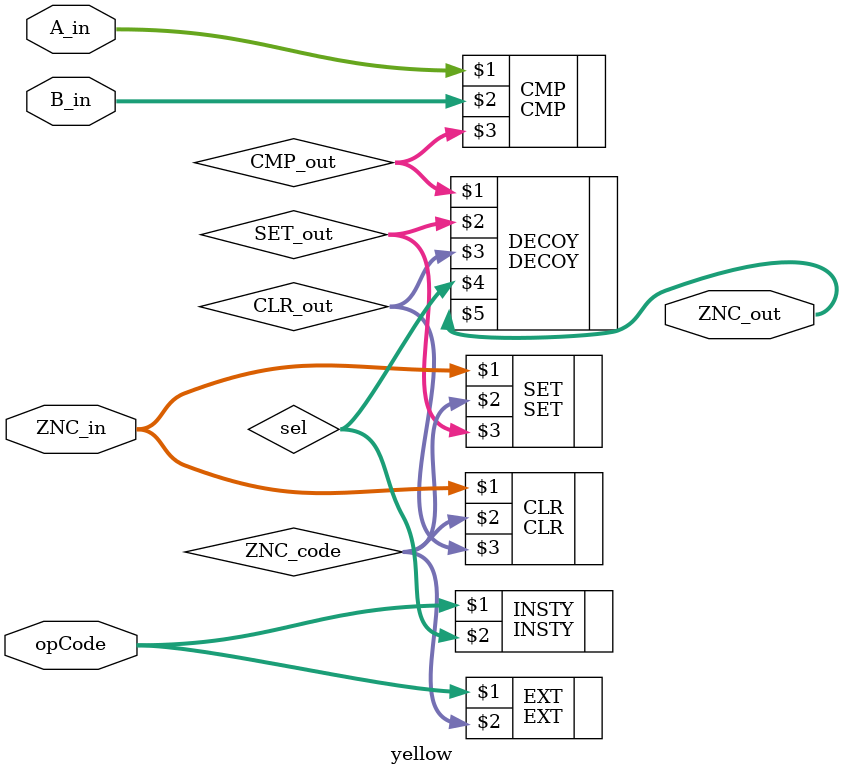
<source format=v>

module yellow (A_in, B_in, opCode, ZNC_in, ZNC_out);

    // I/O
    input [15:0] A_in, B_in, opCode;
    input [2:0] ZNC_in;
    output [2:0] ZNC_out;

    // Busses
    wire [1:0] sel;
    wire [2:0] CMP_out,CLR_out,SET_out,ZNC_code;

    // Extract the instruction and ZNC from instruction
    INSTY INSTY(opCode,sel);
    EXT EXT(opCode,ZNC_code);

    // Instructions
    CMP CMP(A_in,B_in,CMP_out);
    SET SET(ZNC_in,ZNC_code,SET_out);
    CLR CLR(ZNC_in,ZNC_code,CLR_out);

    // Decoder
    DECOY DECOY(CMP_out,SET_out,CLR_out,sel,ZNC_out);

endmodule


</source>
